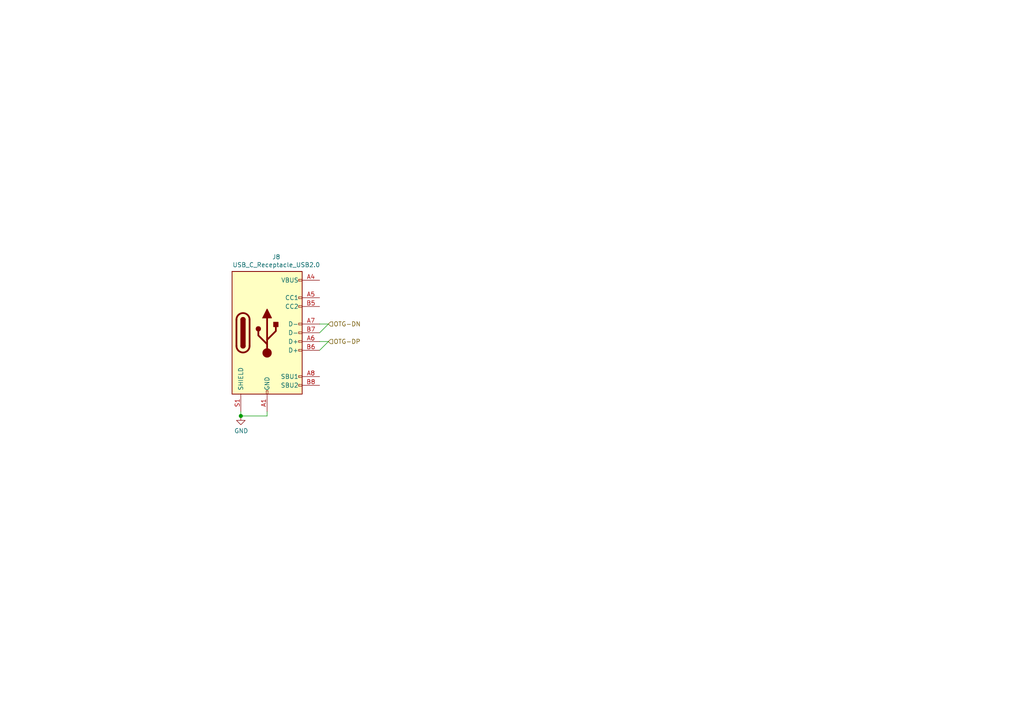
<source format=kicad_sch>
(kicad_sch (version 20210406) (generator eeschema)
  (paper "A4")
  (lib_symbols
    (symbol "Connector:USB_C_Receptacle_USB2.0" (pin_names (offset 1.016))
      (property "Reference" "J" (at -10.16 19.05 0))
      (property "Value" "USB_C_Receptacle_USB2.0" (at 19.05 19.05 0))
      (symbol "USB_C_Receptacle_USB2.0_0_0"
        (rectangle (start -0.254 -17.78) (end 0.254 -16.764))
        (rectangle (start 10.16 -14.986) (end 9.144 -15.494))
        (rectangle (start 10.16 -12.446) (end 9.144 -12.954))
        (rectangle (start 10.16 -4.826) (end 9.144 -5.334))
        (rectangle (start 10.16 -2.286) (end 9.144 -2.794))
        (rectangle (start 10.16 0.254) (end 9.144 -0.254))
        (rectangle (start 10.16 2.794) (end 9.144 2.286))
        (rectangle (start 10.16 7.874) (end 9.144 7.366))
        (rectangle (start 10.16 10.414) (end 9.144 9.906))
        (rectangle (start 10.16 15.494) (end 9.144 14.986))
      )
      (symbol "USB_C_Receptacle_USB2.0_0_1"
        (arc (start -8.89 -3.81) (end -5.08 -3.81) (radius (at -6.985 -3.81) (length 1.905) (angles -179.9 -0.1)) (stroke (width 0.508)))
        (arc (start -7.62 -3.81) (end -6.35 -3.81) (radius (at -6.985 -3.81) (length 0.635) (angles -179.9 -0.1)) (stroke (width 0.254)))
        (arc (start -6.35 3.81) (end -7.62 3.81) (radius (at -6.985 3.81) (length 0.635) (angles 0.1 179.9)) (stroke (width 0.254)))
        (arc (start -5.08 3.81) (end -8.89 3.81) (radius (at -6.985 3.81) (length 1.905) (angles 0.1 179.9)) (stroke (width 0.508)))
        (arc (start -7.62 -3.81) (end -6.35 -3.81) (radius (at -6.985 -3.81) (length 0.635) (angles -179.9 -0.1)) (stroke (width 0.254)) (fill (type outline)))
        (arc (start -6.35 3.81) (end -7.62 3.81) (radius (at -6.985 3.81) (length 0.635) (angles 0.1 179.9)) (stroke (width 0.254)) (fill (type outline)))
        (circle (center -2.54 1.143) (radius 0.635) (stroke (width 0.254)) (fill (type outline)))
        (circle (center 0 -5.842) (radius 1.27) (fill (type outline)))
        (rectangle (start -7.62 -3.81) (end -6.35 3.81) (stroke (width 0.254)) (fill (type outline)))
        (rectangle (start 1.905 1.778) (end 3.175 3.048) (stroke (width 0.254)) (fill (type outline)))
        (rectangle (start -10.16 17.78) (end 10.16 -17.78) (stroke (width 0.254)) (fill (type background)))
        (polyline (pts (xy -8.89 -3.81) (xy -8.89 3.81)) (stroke (width 0.508)))
        (polyline (pts (xy -5.08 3.81) (xy -5.08 -3.81)) (stroke (width 0.508)))
        (polyline (pts (xy 0 -5.842) (xy 0 4.318)) (stroke (width 0.508)))
        (polyline (pts (xy 0 -3.302) (xy -2.54 -0.762) (xy -2.54 0.508)) (stroke (width 0.508)))
        (polyline (pts (xy 0 -2.032) (xy 2.54 0.508) (xy 2.54 1.778)) (stroke (width 0.508)))
        (polyline (pts (xy -1.27 4.318) (xy 0 6.858) (xy 1.27 4.318) (xy -1.27 4.318)) (stroke (width 0.254)) (fill (type outline)))
      )
      (symbol "USB_C_Receptacle_USB2.0_1_1"
        (pin passive line (at 0 -22.86 90) (length 5.08) (name "GND") (number "A1"))
        (pin passive line (at 0 -22.86 90) (length 5.08) hide (name "GND") (number "A12"))
        (pin passive line (at 15.24 15.24 180) (length 5.08) (name "VBUS") (number "A4"))
        (pin bidirectional line (at 15.24 10.16 180) (length 5.08) (name "CC1") (number "A5"))
        (pin bidirectional line (at 15.24 -2.54 180) (length 5.08) (name "D+") (number "A6"))
        (pin bidirectional line (at 15.24 2.54 180) (length 5.08) (name "D-") (number "A7"))
        (pin bidirectional line (at 15.24 -12.7 180) (length 5.08) (name "SBU1") (number "A8"))
        (pin passive line (at 15.24 15.24 180) (length 5.08) hide (name "VBUS") (number "A9"))
        (pin passive line (at 0 -22.86 90) (length 5.08) hide (name "GND") (number "B1"))
        (pin passive line (at 0 -22.86 90) (length 5.08) hide (name "GND") (number "B12"))
        (pin passive line (at 15.24 15.24 180) (length 5.08) hide (name "VBUS") (number "B4"))
        (pin bidirectional line (at 15.24 7.62 180) (length 5.08) (name "CC2") (number "B5"))
        (pin bidirectional line (at 15.24 -5.08 180) (length 5.08) (name "D+") (number "B6"))
        (pin bidirectional line (at 15.24 0 180) (length 5.08) (name "D-") (number "B7"))
        (pin bidirectional line (at 15.24 -15.24 180) (length 5.08) (name "SBU2") (number "B8"))
        (pin passive line (at 15.24 15.24 180) (length 5.08) hide (name "VBUS") (number "B9"))
        (pin passive line (at -7.62 -22.86 90) (length 5.08) (name "SHIELD") (number "S1"))
      )
    )
    (symbol "power:GND" (power) (pin_names (offset 0))
      (property "Value" "GND" (at 0 -3.81 0))
      (symbol "GND_0_1"
        (polyline (pts (xy 0 0) (xy 0 -1.27) (xy 1.27 -1.27) (xy 0 -2.54) (xy -1.27 -1.27) (xy 0 -1.27)))
      )
      (symbol "GND_1_1"
        (pin power_in line (at 0 0 270) (length 0) hide (name "GND") (number "1"))
      )
    )
  )
  (junction (at 69.85 120.65) (diameter 1.016))
  (wire (pts (xy 69.85 119.38) (xy 69.85 120.65)))
  (wire (pts (xy 77.47 119.38) (xy 77.47 120.65)))
  (wire (pts (xy 77.47 120.65) (xy 69.85 120.65)))
  (wire (pts (xy 95.25 93.98) (xy 92.71 93.98)))
  (wire (pts (xy 95.25 93.98) (xy 92.71 96.52)))
  (wire (pts (xy 95.25 99.06) (xy 92.71 99.06)))
  (wire (pts (xy 95.25 99.06) (xy 92.71 101.6)))
  (hierarchical_label "OTG-DN" (shape input) (at 95.25 93.98 0))
  (hierarchical_label "OTG-DP" (shape input) (at 95.25 99.06 0))
  (symbol (lib_id "power:GND") (at 69.85 120.65 0) (unit 1)
    (property "Reference" "#PWR0231" (effects hide))
    (property "Value" "GND" (at 69.9643 124.9744 0))
  )
  (symbol (lib_id "Connector:USB_C_Receptacle_USB2.0") (at 77.47 96.52 0) (unit 1)
    (property "Reference" "J8" (at 80.137 74.5298 0))
    (property "Value" "USB_C_Receptacle_USB2.0" (at 80.137 76.8285 0))
    (property "Footprint" "Connector_USB:USB_C_Receptacle_HRO_TYPE-C-31-M-12" (effects hide))
    (property "Datasheet" "https://www.usb.org/sites/default/files/documents/usb_type-c.zip" (effects hide))
  )
)
</source>
